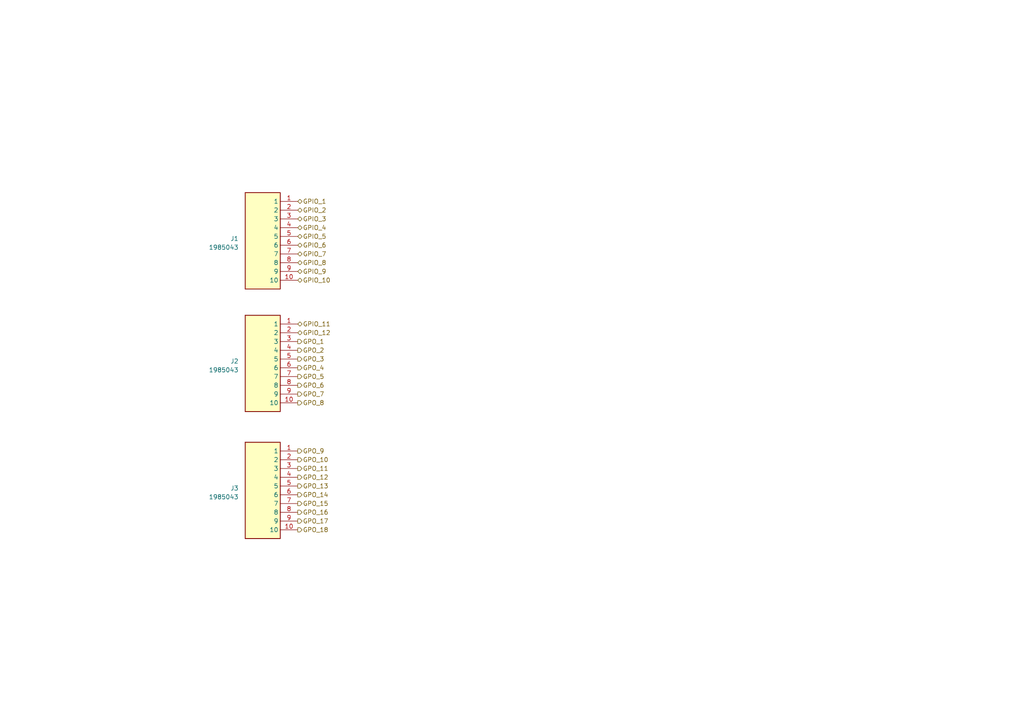
<source format=kicad_sch>
(kicad_sch (version 20230121) (generator eeschema)
  (paper "A4")
  (title_block (date "2023-04-23") (rev "1") (company "UPB - FIIR - Roboți și sisteme de producție") (comment 1 "Alexandru-Ioan Anastasiu"))
  (lib_symbols
    (symbol "1985043.kicad_sym:1985043"
      (property "Reference" "J" (at 16.51 7.62 0))
      (property "Value" "1985043" (at 16.51 5.08 0))
      (symbol "1985043_1_1"
        (rectangle (start 5.08 2.54) (end 15.24 -25.4) (stroke (width 0.254)) (fill (type background)))
        (pin passive line (at 0 0 0) (length 5.08) (name "1") (number "1"))
        (pin passive line (at 0 -22.86 0) (length 5.08) (name "10") (number "10"))
        (pin passive line (at 0 -2.54 0) (length 5.08) (name "2") (number "2"))
        (pin passive line (at 0 -5.08 0) (length 5.08) (name "3") (number "3"))
        (pin passive line (at 0 -7.62 0) (length 5.08) (name "4") (number "4"))
        (pin passive line (at 0 -10.16 0) (length 5.08) (name "5") (number "5"))
        (pin passive line (at 0 -12.7 0) (length 5.08) (name "6") (number "6"))
        (pin passive line (at 0 -15.24 0) (length 5.08) (name "7") (number "7"))
        (pin passive line (at 0 -17.78 0) (length 5.08) (name "8") (number "8"))
        (pin passive line (at 0 -20.32 0) (length 5.08) (name "9") (number "9"))
      )
    )
  )
  (hierarchical_label "GPO_1" (shape output) (at 86.36 99.06 0))
  (hierarchical_label "GPO_11" (shape output) (at 86.36 135.89 0))
  (hierarchical_label "GPIO_4" (shape bidirectional) (at 86.36 66.04 0))
  (hierarchical_label "GPO_7" (shape output) (at 86.36 114.3 0))
  (hierarchical_label "GPIO_3" (shape bidirectional) (at 86.36 63.5 0))
  (hierarchical_label "GPO_5" (shape output) (at 86.36 109.22 0))
  (hierarchical_label "GPO_6" (shape output) (at 86.36 111.76 0))
  (hierarchical_label "GPO_3" (shape output) (at 86.36 104.14 0))
  (hierarchical_label "GPO_14" (shape output) (at 86.36 143.51 0))
  (hierarchical_label "GPO_2" (shape output) (at 86.36 101.6 0))
  (hierarchical_label "GPIO_9" (shape bidirectional) (at 86.36 78.74 0))
  (hierarchical_label "GPIO_2" (shape bidirectional) (at 86.36 60.96 0))
  (hierarchical_label "GPIO_5" (shape bidirectional) (at 86.36 68.58 0))
  (hierarchical_label "GPO_15" (shape output) (at 86.36 146.05 0))
  (hierarchical_label "GPO_9" (shape output) (at 86.36 130.81 0))
  (hierarchical_label "GPIO_11" (shape bidirectional) (at 86.36 93.98 0))
  (hierarchical_label "GPIO_12" (shape bidirectional) (at 86.36 96.52 0))
  (hierarchical_label "GPO_8" (shape output) (at 86.36 116.84 0))
  (hierarchical_label "GPIO_10" (shape bidirectional) (at 86.36 81.28 0))
  (hierarchical_label "GPO_12" (shape output) (at 86.36 138.43 0))
  (hierarchical_label "GPO_18" (shape output) (at 86.36 153.67 0))
  (hierarchical_label "GPIO_8" (shape bidirectional) (at 86.36 76.2 0))
  (hierarchical_label "GPIO_6" (shape bidirectional) (at 86.36 71.12 0))
  (hierarchical_label "GPIO_7" (shape bidirectional) (at 86.36 73.66 0))
  (hierarchical_label "GPIO_1" (shape bidirectional) (at 86.36 58.42 0))
  (hierarchical_label "GPO_17" (shape output) (at 86.36 151.13 0))
  (hierarchical_label "GPO_16" (shape output) (at 86.36 148.59 0))
  (hierarchical_label "GPO_4" (shape output) (at 86.36 106.68 0))
  (hierarchical_label "GPO_13" (shape output) (at 86.36 140.97 0))
  (hierarchical_label "GPO_10" (shape output) (at 86.36 133.35 0))
  (symbol (lib_id "1985043.kicad_sym:1985043") (at 86.36 130.81 0) (mirror y) (unit 1)
    (property "Reference" "J3" (at 69.215 141.605 0) (effects (justify left)))
    (property "Value" "1985043" (at 69.215 144.145 0) (effects (justify left)))
    (property "Footprint" "1985043:1985043" (effects hide))
    (property "Datasheet" "https://www.phoenixcontact.com/online/portal/us/?uri=pxc-oc-itemdetail:pid=1985043&library=usen&pcck=P-11-01-05&tab=1&selectedCategory=ALL" (effects hide))
    (property "Height" "13.1" (effects hide))
    (property "Mouser Part Number" "651-1985043" (effects hide))
    (property "Mouser Price/Stock" "https://www.mouser.co.uk/ProductDetail/Phoenix-Contact/1985043?qs=gjk32EaArKJe8oo3YkKpaw%3D%3D" (effects hide))
    (property "Manufacturer_Name" "Phoenix Contact" (effects hide))
    (property "Manufacturer_Part_Number" "1985043" (effects hide))
  )
  (symbol (lib_id "1985043.kicad_sym:1985043") (at 86.36 58.42 0) (mirror y) (unit 1)
    (property "Reference" "J1" (at 69.215 69.215 0) (effects (justify left)))
    (property "Value" "1985043" (at 69.215 71.755 0) (effects (justify left)))
    (property "Footprint" "1985043:1985043" (effects hide))
    (property "Datasheet" "https://www.phoenixcontact.com/online/portal/us/?uri=pxc-oc-itemdetail:pid=1985043&library=usen&pcck=P-11-01-05&tab=1&selectedCategory=ALL" (effects hide))
    (property "Height" "13.1" (effects hide))
    (property "Mouser Part Number" "651-1985043" (effects hide))
    (property "Mouser Price/Stock" "https://www.mouser.co.uk/ProductDetail/Phoenix-Contact/1985043?qs=gjk32EaArKJe8oo3YkKpaw%3D%3D" (effects hide))
    (property "Manufacturer_Name" "Phoenix Contact" (effects hide))
    (property "Manufacturer_Part_Number" "1985043" (effects hide))
  )
  (symbol (lib_id "1985043.kicad_sym:1985043") (at 86.36 93.98 0) (mirror y) (unit 1)
    (property "Reference" "J2" (at 69.215 104.775 0) (effects (justify left)))
    (property "Value" "1985043" (at 69.215 107.315 0) (effects (justify left)))
    (property "Footprint" "1985043:1985043" (effects hide))
    (property "Datasheet" "https://www.phoenixcontact.com/online/portal/us/?uri=pxc-oc-itemdetail:pid=1985043&library=usen&pcck=P-11-01-05&tab=1&selectedCategory=ALL" (effects hide))
    (property "Height" "13.1" (effects hide))
    (property "Mouser Part Number" "651-1985043" (effects hide))
    (property "Mouser Price/Stock" "https://www.mouser.co.uk/ProductDetail/Phoenix-Contact/1985043?qs=gjk32EaArKJe8oo3YkKpaw%3D%3D" (effects hide))
    (property "Manufacturer_Name" "Phoenix Contact" (effects hide))
    (property "Manufacturer_Part_Number" "1985043" (effects hide))
  )
)
</source>
